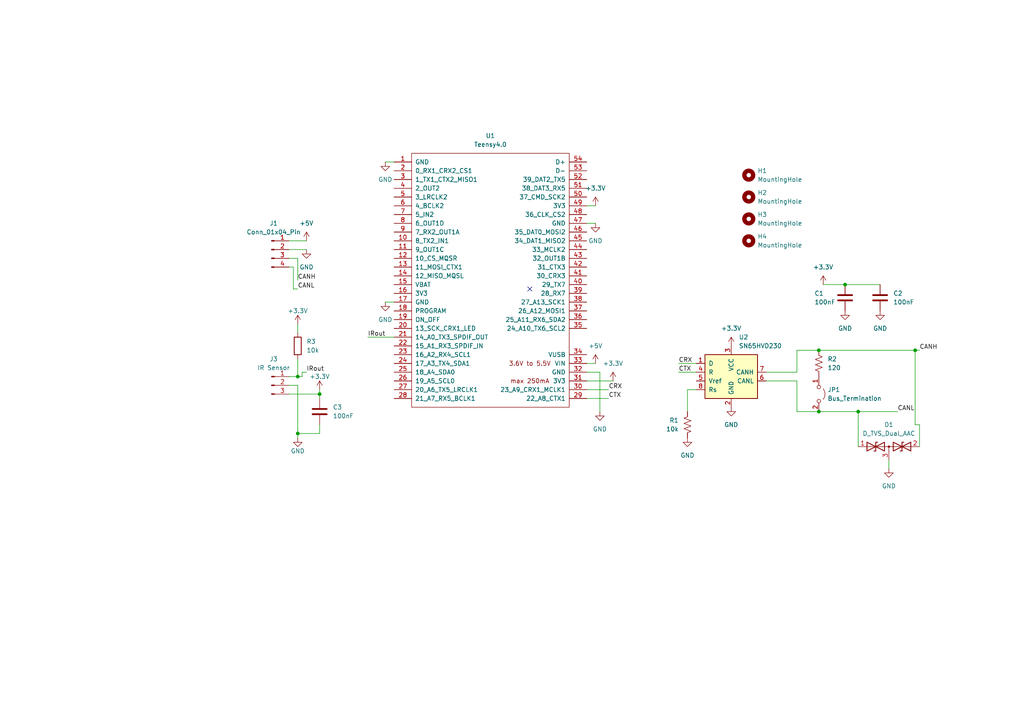
<source format=kicad_sch>
(kicad_sch (version 20230121) (generator eeschema)
  (paper "A4")
  (lib_symbols
    (symbol "Connector:Conn_01x03_Pin" (pin_names (offset 1.016) hide)
      (property "Reference" "J" (at 0 5.08 0))
      (property "Value" "Conn_01x03_Pin" (at 0 -5.08 0))
      (symbol "Conn_01x03_Pin_1_1"
        (polyline (pts (xy 1.27 -2.54) (xy 0.8636 -2.54)) (stroke (width 0.1524)))
        (polyline (pts (xy 1.27 0) (xy 0.8636 0)) (stroke (width 0.1524)))
        (polyline (pts (xy 1.27 2.54) (xy 0.8636 2.54)) (stroke (width 0.1524)))
        (rectangle (start 0.8636 -2.413) (end 0 -2.667) (stroke (width 0.1524)) (fill (type outline)))
        (rectangle (start 0.8636 0.127) (end 0 -0.127) (stroke (width 0.1524)) (fill (type outline)))
        (rectangle (start 0.8636 2.667) (end 0 2.413) (stroke (width 0.1524)) (fill (type outline)))
        (pin passive line (at 5.08 2.54 180) (length 3.81) (name "Pin_1") (number "1"))
        (pin passive line (at 5.08 0 180) (length 3.81) (name "Pin_2") (number "2"))
        (pin passive line (at 5.08 -2.54 180) (length 3.81) (name "Pin_3") (number "3"))
      )
    )
    (symbol "Connector:Conn_01x04_Pin" (pin_names (offset 1.016) hide)
      (property "Reference" "J" (at 0 5.08 0))
      (property "Value" "Conn_01x04_Pin" (at 0 -7.62 0))
      (symbol "Conn_01x04_Pin_1_1"
        (polyline (pts (xy 1.27 -5.08) (xy 0.8636 -5.08)) (stroke (width 0.1524)))
        (polyline (pts (xy 1.27 -2.54) (xy 0.8636 -2.54)) (stroke (width 0.1524)))
        (polyline (pts (xy 1.27 0) (xy 0.8636 0)) (stroke (width 0.1524)))
        (polyline (pts (xy 1.27 2.54) (xy 0.8636 2.54)) (stroke (width 0.1524)))
        (rectangle (start 0.8636 -4.953) (end 0 -5.207) (stroke (width 0.1524)) (fill (type outline)))
        (rectangle (start 0.8636 -2.413) (end 0 -2.667) (stroke (width 0.1524)) (fill (type outline)))
        (rectangle (start 0.8636 0.127) (end 0 -0.127) (stroke (width 0.1524)) (fill (type outline)))
        (rectangle (start 0.8636 2.667) (end 0 2.413) (stroke (width 0.1524)) (fill (type outline)))
        (pin passive line (at 5.08 2.54 180) (length 3.81) (name "Pin_1") (number "1"))
        (pin passive line (at 5.08 0 180) (length 3.81) (name "Pin_2") (number "2"))
        (pin passive line (at 5.08 -2.54 180) (length 3.81) (name "Pin_3") (number "3"))
        (pin passive line (at 5.08 -5.08 180) (length 3.81) (name "Pin_4") (number "4"))
      )
    )
    (symbol "Device:C" (pin_numbers hide) (pin_names (offset 0.254))
      (property "Reference" "C" (at 0.635 2.54 0))
      (property "Value" "C" (at 0.635 -2.54 0))
      (symbol "C_0_1"
        (polyline (pts (xy -2.032 -0.762) (xy 2.032 -0.762)) (stroke (width 0.508)))
        (polyline (pts (xy -2.032 0.762) (xy 2.032 0.762)) (stroke (width 0.508)))
      )
      (symbol "C_1_1"
        (pin passive line (at 0 3.81 270) (length 2.794) (name "~") (number "1"))
        (pin passive line (at 0 -3.81 90) (length 2.794) (name "~") (number "2"))
      )
    )
    (symbol "Device:D_TVS_Dual_AAC" (pin_names (offset 1.016) hide)
      (property "Reference" "D" (at 0 4.445 0))
      (property "Value" "D_TVS_Dual_AAC" (at 0 2.54 0))
      (symbol "D_TVS_Dual_AAC_0_0"
        (polyline (pts (xy 0 -1.27) (xy 0 0)))
      )
      (symbol "D_TVS_Dual_AAC_0_1"
        (polyline (pts (xy -6.35 0) (xy 6.35 0)))
        (polyline (pts (xy -3.302 1.27) (xy -3.81 1.27) (xy -3.81 -1.27) (xy -4.318 -1.27)) (stroke (width 0.254)))
        (polyline (pts (xy 4.318 1.27) (xy 3.81 1.27) (xy 3.81 -1.27) (xy 3.302 -1.27)) (stroke (width 0.254)))
        (polyline (pts (xy -6.35 1.27) (xy -1.27 -1.27) (xy -1.27 1.27) (xy -6.35 -1.27) (xy -6.35 1.27)) (stroke (width 0.254)))
        (polyline (pts (xy 6.35 1.27) (xy 1.27 -1.27) (xy 1.27 1.27) (xy 6.35 -1.27) (xy 6.35 1.27)) (stroke (width 0.254)))
        (circle (center 0 0) (radius 0.254) (fill (type outline)))
      )
      (symbol "D_TVS_Dual_AAC_1_1"
        (pin passive line (at -8.89 0 0) (length 2.54) (name "A1") (number "1"))
        (pin passive line (at 8.89 0 180) (length 2.54) (name "A2") (number "2"))
        (pin input line (at 0 -3.81 90) (length 2.54) (name "common") (number "3"))
      )
    )
    (symbol "Device:R" (pin_numbers hide) (pin_names (offset 0))
      (property "Reference" "R" (at 2.032 0 90))
      (property "Value" "R" (at 0 0 90))
      (symbol "R_0_1"
        (rectangle (start -1.016 -2.54) (end 1.016 2.54) (stroke (width 0.254)))
      )
      (symbol "R_1_1"
        (pin passive line (at 0 3.81 270) (length 1.27) (name "~") (number "1"))
        (pin passive line (at 0 -3.81 90) (length 1.27) (name "~") (number "2"))
      )
    )
    (symbol "Device:R_US" (pin_numbers hide) (pin_names (offset 0))
      (property "Reference" "R" (at 2.54 0 90))
      (property "Value" "R_US" (at -2.54 0 90))
      (symbol "R_US_0_1"
        (polyline (pts (xy 0 -2.286) (xy 0 -2.54)))
        (polyline (pts (xy 0 2.286) (xy 0 2.54)))
        (polyline (pts (xy 0 -0.762) (xy 1.016 -1.143) (xy 0 -1.524) (xy -1.016 -1.905) (xy 0 -2.286)))
        (polyline (pts (xy 0 0.762) (xy 1.016 0.381) (xy 0 0) (xy -1.016 -0.381) (xy 0 -0.762)))
        (polyline (pts (xy 0 2.286) (xy 1.016 1.905) (xy 0 1.524) (xy -1.016 1.143) (xy 0 0.762)))
      )
      (symbol "R_US_1_1"
        (pin passive line (at 0 3.81 270) (length 1.27) (name "~") (number "1"))
        (pin passive line (at 0 -3.81 90) (length 1.27) (name "~") (number "2"))
      )
    )
    (symbol "Interface_CAN_LIN:SN65HVD230" (pin_names (offset 1.016))
      (property "Reference" "U" (at -2.54 10.16 0))
      (property "Value" "SN65HVD230" (at -2.54 7.62 0))
      (symbol "SN65HVD230_0_1"
        (rectangle (start -7.62 5.08) (end 7.62 -7.62) (stroke (width 0.254)) (fill (type background)))
      )
      (symbol "SN65HVD230_1_1"
        (pin input line (at -10.16 2.54 0) (length 2.54) (name "D") (number "1"))
        (pin power_in line (at 0 -10.16 90) (length 2.54) (name "GND") (number "2"))
        (pin power_in line (at 0 7.62 270) (length 2.54) (name "VCC") (number "3"))
        (pin output line (at -10.16 0 0) (length 2.54) (name "R") (number "4"))
        (pin output line (at -10.16 -2.54 0) (length 2.54) (name "Vref") (number "5"))
        (pin bidirectional line (at 10.16 -2.54 180) (length 2.54) (name "CANL") (number "6"))
        (pin bidirectional line (at 10.16 0 180) (length 2.54) (name "CANH") (number "7"))
        (pin input line (at -10.16 -5.08 0) (length 2.54) (name "Rs") (number "8"))
      )
    )
    (symbol "Jumper:Jumper_2_Open" (pin_names (offset 0) hide)
      (property "Reference" "JP" (at 0 2.794 0))
      (property "Value" "Jumper_2_Open" (at 0 -2.286 0))
      (symbol "Jumper_2_Open_0_0"
        (circle (center -2.032 0) (radius 0.508))
        (circle (center 2.032 0) (radius 0.508))
      )
      (symbol "Jumper_2_Open_0_1"
        (arc (start 1.524 1.27) (mid 0 1.778) (end -1.524 1.27))
      )
      (symbol "Jumper_2_Open_1_1"
        (pin passive line (at -5.08 0 0) (length 2.54) (name "A") (number "1"))
        (pin passive line (at 5.08 0 180) (length 2.54) (name "B") (number "2"))
      )
    )
    (symbol "Mechanical:MountingHole" (pin_names (offset 1.016))
      (property "Reference" "H" (at 0 5.08 0))
      (property "Value" "MountingHole" (at 0 3.175 0))
      (symbol "MountingHole_0_1"
        (circle (center 0 0) (radius 1.27) (stroke (width 1.27)))
      )
    )
    (symbol "power:+3.3V" (power) (pin_names (offset 0))
      (property "Value" "+3.3V" (at 0 3.556 0))
      (symbol "+3.3V_0_1"
        (polyline (pts (xy -0.762 1.27) (xy 0 2.54)))
        (polyline (pts (xy 0 0) (xy 0 2.54)))
        (polyline (pts (xy 0 2.54) (xy 0.762 1.27)))
      )
      (symbol "+3.3V_1_1"
        (pin power_in line (at 0 0 90) (length 0) hide (name "+3.3V") (number "1"))
      )
    )
    (symbol "power:+5V" (power) (pin_names (offset 0))
      (property "Value" "+5V" (at 0 3.556 0))
      (symbol "+5V_0_1"
        (polyline (pts (xy -0.762 1.27) (xy 0 2.54)))
        (polyline (pts (xy 0 0) (xy 0 2.54)))
        (polyline (pts (xy 0 2.54) (xy 0.762 1.27)))
      )
      (symbol "+5V_1_1"
        (pin power_in line (at 0 0 90) (length 0) hide (name "+5V") (number "1"))
      )
    )
    (symbol "power:GND" (power) (pin_names (offset 0))
      (property "Value" "GND" (at 0 -3.81 0))
      (symbol "GND_0_1"
        (polyline (pts (xy 0 0) (xy 0 -1.27) (xy 1.27 -1.27) (xy 0 -2.54) (xy -1.27 -1.27) (xy 0 -1.27)))
      )
      (symbol "GND_1_1"
        (pin power_in line (at 0 0 270) (length 0) hide (name "GND") (number "1"))
      )
    )
    (symbol "teensy:Teensy4.0" (pin_names (offset 1.016))
      (property "Reference" "U" (at 0 39.37 0))
      (property "Value" "Teensy4.0" (at 0 -39.37 0))
      (symbol "Teensy4.0_0_0"
        (text "3.6V to 5.5V" (at 11.43 -24.13 0) (effects (font (size 1.27 1.27))))
        (text "max 250mA" (at 11.43 -29.21 0) (effects (font (size 1.27 1.27))))
        (pin bidirectional line (at -27.94 11.43 0) (length 5.08) (name "8_TX2_IN1") (number "10"))
        (pin bidirectional line (at -27.94 8.89 0) (length 5.08) (name "9_OUT1C") (number "11"))
        (pin bidirectional line (at -27.94 6.35 0) (length 5.08) (name "10_CS_MQSR") (number "12"))
        (pin bidirectional line (at -27.94 3.81 0) (length 5.08) (name "11_MOSI_CTX1") (number "13"))
        (pin bidirectional line (at -27.94 1.27 0) (length 5.08) (name "12_MISO_MQSL") (number "14"))
        (pin power_in line (at -27.94 -1.27 0) (length 5.08) (name "VBAT") (number "15"))
        (pin power_in line (at -27.94 -3.81 0) (length 5.08) (name "3V3") (number "16"))
        (pin power_in line (at -27.94 -6.35 0) (length 5.08) (name "GND") (number "17"))
        (pin input line (at -27.94 -8.89 0) (length 5.08) (name "PROGRAM") (number "18"))
        (pin input line (at -27.94 -11.43 0) (length 5.08) (name "ON_OFF") (number "19"))
        (pin bidirectional line (at -27.94 -13.97 0) (length 5.08) (name "13_SCK_CRX1_LED") (number "20"))
        (pin bidirectional line (at -27.94 -16.51 0) (length 5.08) (name "14_A0_TX3_SPDIF_OUT") (number "21"))
        (pin bidirectional line (at -27.94 -19.05 0) (length 5.08) (name "15_A1_RX3_SPDIF_IN") (number "22"))
        (pin bidirectional line (at -27.94 -21.59 0) (length 5.08) (name "16_A2_RX4_SCL1") (number "23"))
        (pin bidirectional line (at -27.94 -24.13 0) (length 5.08) (name "17_A3_TX4_SDA1") (number "24"))
        (pin bidirectional line (at -27.94 -26.67 0) (length 5.08) (name "18_A4_SDA0") (number "25"))
        (pin bidirectional line (at -27.94 -29.21 0) (length 5.08) (name "19_A5_SCL0") (number "26"))
        (pin bidirectional line (at -27.94 -31.75 0) (length 5.08) (name "20_A6_TX5_LRCLK1") (number "27"))
        (pin bidirectional line (at -27.94 -34.29 0) (length 5.08) (name "21_A7_RX5_BCLK1") (number "28"))
        (pin bidirectional line (at 27.94 -34.29 180) (length 5.08) (name "22_A8_CTX1") (number "29"))
        (pin bidirectional line (at 27.94 -31.75 180) (length 5.08) (name "23_A9_CRX1_MCLK1") (number "30"))
        (pin power_out line (at 27.94 -29.21 180) (length 5.08) (name "3V3") (number "31"))
        (pin power_in line (at 27.94 -26.67 180) (length 5.08) (name "GND") (number "32"))
        (pin power_in line (at 27.94 -24.13 180) (length 5.08) (name "VIN") (number "33"))
        (pin power_out line (at 27.94 -21.59 180) (length 5.08) (name "VUSB") (number "34"))
        (pin bidirectional line (at 27.94 -13.97 180) (length 5.08) (name "24_A10_TX6_SCL2") (number "35"))
        (pin bidirectional line (at 27.94 -11.43 180) (length 5.08) (name "25_A11_RX6_SDA2") (number "36"))
        (pin bidirectional line (at 27.94 -8.89 180) (length 5.08) (name "26_A12_MOSI1") (number "37"))
        (pin bidirectional line (at 27.94 -6.35 180) (length 5.08) (name "27_A13_SCK1") (number "38"))
        (pin bidirectional line (at 27.94 -3.81 180) (length 5.08) (name "28_RX7") (number "39"))
        (pin bidirectional line (at 27.94 -1.27 180) (length 5.08) (name "29_TX7") (number "40"))
        (pin bidirectional line (at 27.94 1.27 180) (length 5.08) (name "30_CRX3") (number "41"))
        (pin bidirectional line (at 27.94 3.81 180) (length 5.08) (name "31_CTX3") (number "42"))
        (pin bidirectional line (at 27.94 6.35 180) (length 5.08) (name "32_OUT1B") (number "43"))
        (pin bidirectional line (at 27.94 8.89 180) (length 5.08) (name "33_MCLK2") (number "44"))
        (pin bidirectional line (at 27.94 11.43 180) (length 5.08) (name "34_DAT1_MISO2") (number "45"))
        (pin bidirectional line (at 27.94 13.97 180) (length 5.08) (name "35_DAT0_MOSI2") (number "46"))
        (pin power_out line (at 27.94 16.51 180) (length 5.08) (name "GND") (number "47"))
        (pin bidirectional line (at 27.94 19.05 180) (length 5.08) (name "36_CLK_CS2") (number "48"))
        (pin power_out line (at 27.94 21.59 180) (length 5.08) (name "3V3") (number "49"))
        (pin bidirectional line (at -27.94 24.13 0) (length 5.08) (name "3_LRCLK2") (number "5"))
        (pin bidirectional line (at 27.94 24.13 180) (length 5.08) (name "37_CMD_SCK2") (number "50"))
        (pin bidirectional line (at 27.94 26.67 180) (length 5.08) (name "38_DAT3_RX5") (number "51"))
        (pin bidirectional line (at 27.94 29.21 180) (length 5.08) (name "39_DAT2_TX5") (number "52"))
        (pin bidirectional line (at 27.94 31.75 180) (length 5.08) (name "D-") (number "53"))
        (pin bidirectional line (at 27.94 34.29 180) (length 5.08) (name "D+") (number "54"))
        (pin bidirectional line (at -27.94 21.59 0) (length 5.08) (name "4_BCLK2") (number "6"))
        (pin bidirectional line (at -27.94 19.05 0) (length 5.08) (name "5_IN2") (number "7"))
        (pin bidirectional line (at -27.94 16.51 0) (length 5.08) (name "6_OUT1D") (number "8"))
        (pin bidirectional line (at -27.94 13.97 0) (length 5.08) (name "7_RX2_OUT1A") (number "9"))
      )
      (symbol "Teensy4.0_0_1"
        (rectangle (start -22.86 36.83) (end 22.86 -36.83))
        (rectangle (start -20.32 -31.75) (end -20.32 -31.75))
      )
      (symbol "Teensy4.0_1_1"
        (pin power_in line (at -27.94 34.29 0) (length 5.08) (name "GND") (number "1"))
        (pin bidirectional line (at -27.94 31.75 0) (length 5.08) (name "0_RX1_CRX2_CS1") (number "2"))
        (pin bidirectional line (at -27.94 29.21 0) (length 5.08) (name "1_TX1_CTX2_MISO1") (number "3"))
        (pin bidirectional line (at -27.94 26.67 0) (length 5.08) (name "2_OUT2") (number "4"))
      )
    )
  )
  (junction (at 92.71 114.3))
  (junction (at 248.92 119.38))
  (junction (at 86.36 125.73))
  (junction (at 265.43 101.6))
  (junction (at 237.49 119.38))
  (junction (at 245.11 82.55))
  (junction (at 86.36 109.22))
  (junction (at 237.49 101.6))
  (no_connect (at 153.67 83.82))
  (wire (pts (xy 86.36 125.73) (xy 92.71 125.73)))
  (wire (pts (xy 85.09 77.47) (xy 85.09 83.82)))
  (wire (pts (xy 238.76 82.55) (xy 245.11 82.55)))
  (wire (pts (xy 86.36 93.98) (xy 86.36 96.52)))
  (wire (pts (xy 83.82 114.3) (xy 92.71 114.3)))
  (wire (pts (xy 172.72 64.77) (xy 170.18 64.77)))
  (wire (pts (xy 86.36 104.14) (xy 86.36 109.22)))
  (wire (pts (xy 265.43 123.19) (xy 266.7 123.19)))
  (wire (pts (xy 231.14 119.38) (xy 237.49 119.38)))
  (wire (pts (xy 222.25 107.95) (xy 231.14 107.95)))
  (wire (pts (xy 170.18 105.41) (xy 172.72 105.41)))
  (wire (pts (xy 83.82 77.47) (xy 85.09 77.47)))
  (wire (pts (xy 196.85 105.41) (xy 201.93 105.41)))
  (wire (pts (xy 196.85 107.95) (xy 201.93 107.95)))
  (wire (pts (xy 92.71 114.3) (xy 92.71 113.03)))
  (wire (pts (xy 231.14 110.49) (xy 231.14 119.38)))
  (wire (pts (xy 170.18 113.03) (xy 176.53 113.03)))
  (wire (pts (xy 266.7 123.19) (xy 266.7 129.54)))
  (wire (pts (xy 86.36 111.76) (xy 83.82 111.76)))
  (wire (pts (xy 87.63 107.95) (xy 88.9 107.95)))
  (wire (pts (xy 170.18 59.69) (xy 172.72 59.69)))
  (wire (pts (xy 87.63 107.95) (xy 87.63 109.22)))
  (wire (pts (xy 83.82 72.39) (xy 88.9 72.39)))
  (wire (pts (xy 106.68 97.79) (xy 114.3 97.79)))
  (wire (pts (xy 257.81 133.35) (xy 257.81 135.89)))
  (wire (pts (xy 248.92 119.38) (xy 248.92 129.54)))
  (wire (pts (xy 111.76 46.99) (xy 114.3 46.99)))
  (wire (pts (xy 83.82 74.93) (xy 86.36 74.93)))
  (wire (pts (xy 87.63 109.22) (xy 86.36 109.22)))
  (wire (pts (xy 170.18 107.95) (xy 173.99 107.95)))
  (wire (pts (xy 83.82 69.85) (xy 88.9 69.85)))
  (wire (pts (xy 222.25 110.49) (xy 231.14 110.49)))
  (wire (pts (xy 248.92 119.38) (xy 260.35 119.38)))
  (wire (pts (xy 111.76 87.63) (xy 114.3 87.63)))
  (wire (pts (xy 231.14 101.6) (xy 237.49 101.6)))
  (wire (pts (xy 173.99 107.95) (xy 173.99 119.38)))
  (wire (pts (xy 86.36 74.93) (xy 86.36 81.28)))
  (wire (pts (xy 199.39 113.03) (xy 199.39 119.38)))
  (wire (pts (xy 85.09 83.82) (xy 86.36 83.82)))
  (wire (pts (xy 265.43 101.6) (xy 266.7 101.6)))
  (wire (pts (xy 170.18 110.49) (xy 177.8 110.49)))
  (wire (pts (xy 231.14 107.95) (xy 231.14 101.6)))
  (wire (pts (xy 170.18 115.57) (xy 176.53 115.57)))
  (wire (pts (xy 245.11 82.55) (xy 255.27 82.55)))
  (wire (pts (xy 86.36 109.22) (xy 83.82 109.22)))
  (wire (pts (xy 86.36 127) (xy 86.36 125.73)))
  (wire (pts (xy 265.43 101.6) (xy 265.43 123.19)))
  (wire (pts (xy 92.71 114.3) (xy 92.71 115.57)))
  (wire (pts (xy 201.93 113.03) (xy 199.39 113.03)))
  (wire (pts (xy 86.36 125.73) (xy 86.36 111.76)))
  (wire (pts (xy 237.49 101.6) (xy 265.43 101.6)))
  (wire (pts (xy 92.71 125.73) (xy 92.71 123.19)))
  (wire (pts (xy 237.49 119.38) (xy 248.92 119.38)))
  (label "CTX" (at 196.85 107.95 0))
  (label "CRX" (at 176.53 113.03 0))
  (label "IRout" (at 88.9 107.95 0))
  (label "IRout" (at 106.68 97.79 0))
  (label "CANH" (at 86.36 81.28 0))
  (label "CANH" (at 266.7 101.6 0))
  (label "CTX" (at 176.53 115.57 0))
  (label "CANL" (at 86.36 83.82 0))
  (label "CRX" (at 196.85 105.41 0))
  (label "CANL" (at 260.35 119.38 0))
  (symbol (lib_id "Device:R_US") (at 237.49 105.41 0) (unit 1)
    (property "Reference" "R2" (at 240.03 104.14 0) (effects (justify left)))
    (property "Value" "120" (at 240.03 106.68 0) (effects (justify left)))
    (property "Footprint" "Resistor_SMD:R_0603_1608Metric" (effects hide))
  )
  (symbol (lib_id "power:+3.3V") (at 86.36 93.98 0) (unit 1)
    (property "Reference" "#PWR015" (effects hide))
    (property "Value" "+3.3V" (at 86.36 90.17 0))
  )
  (symbol (lib_id "Mechanical:MountingHole") (at 217.17 57.15 0) (unit 1)
    (property "Reference" "H2" (at 219.71 55.88 0) (effects (justify left)))
    (property "Value" "MountingHole" (at 219.71 58.42 0) (effects (justify left)))
    (property "Footprint" "MountingHole:MountingHole_3.2mm_M3" (effects hide))
  )
  (symbol (lib_id "Connector:Conn_01x03_Pin") (at 78.74 111.76 0) (unit 1)
    (property "Reference" "J3" (at 79.375 104.14 0))
    (property "Value" "IR Sensor" (at 79.375 106.68 0))
    (property "Footprint" "Connector_PinSocket_2.54mm:PinSocket_1x03_P2.54mm_Vertical" (effects hide))
  )
  (symbol (lib_id "Device:C") (at 255.27 86.36 0) (unit 1)
    (property "Reference" "C2" (at 259.08 85.09 0) (effects (justify left)))
    (property "Value" "100nF" (at 259.08 87.63 0) (effects (justify left)))
    (property "Footprint" "Capacitor_SMD:C_0603_1608Metric" (effects hide))
  )
  (symbol (lib_id "Device:R") (at 86.36 100.33 180) (unit 1)
    (property "Reference" "R3" (at 88.9 99.06 0) (effects (justify right)))
    (property "Value" "10k" (at 88.9 101.6 0) (effects (justify right)))
    (property "Footprint" "Resistor_SMD:R_0805_2012Metric_Pad1.20x1.40mm_HandSolder" (effects hide))
  )
  (symbol (lib_id "power:+3.3V") (at 238.76 82.55 0) (unit 1)
    (property "Reference" "#PWR010" (effects hide))
    (property "Value" "+3.3V" (at 238.76 77.47 0))
  )
  (symbol (lib_id "Mechanical:MountingHole") (at 217.17 63.5 0) (unit 1)
    (property "Reference" "H3" (at 219.71 62.23 0) (effects (justify left)))
    (property "Value" "MountingHole" (at 219.71 64.77 0) (effects (justify left)))
    (property "Footprint" "MountingHole:MountingHole_3.2mm_M3" (effects hide))
  )
  (symbol (lib_id "power:GND") (at 255.27 90.17 0) (unit 1)
    (property "Reference" "#PWR012" (effects hide))
    (property "Value" "GND" (at 255.27 95.25 0))
  )
  (symbol (lib_id "power:GND") (at 257.81 135.89 0) (unit 1)
    (property "Reference" "#PWR014" (effects hide))
    (property "Value" "GND" (at 257.81 140.97 0))
  )
  (symbol (lib_id "power:GND") (at 88.9 72.39 0) (unit 1)
    (property "Reference" "#PWR07" (effects hide))
    (property "Value" "GND" (at 88.9 77.47 0))
  )
  (symbol (lib_id "power:GND") (at 212.09 118.11 0) (unit 1)
    (property "Reference" "#PWR08" (effects hide))
    (property "Value" "GND" (at 212.09 123.19 0))
  )
  (symbol (lib_id "Device:R_US") (at 199.39 123.19 0) (mirror y) (unit 1)
    (property "Reference" "R1" (at 196.85 121.92 0) (effects (justify left)))
    (property "Value" "10k" (at 196.85 124.46 0) (effects (justify left)))
    (property "Footprint" "Resistor_SMD:R_0805_2012Metric" (effects hide))
  )
  (symbol (lib_id "teensy:Teensy4.0") (at 142.24 81.28 0) (unit 1)
    (property "Reference" "U1" (at 142.24 39.37 0))
    (property "Value" "Teensy4.0" (at 142.24 41.91 0))
    (property "Footprint" "teensy:Teensy40" (effects hide))
  )
  (symbol (lib_id "power:GND") (at 111.76 46.99 0) (unit 1)
    (property "Reference" "#PWR02" (effects hide))
    (property "Value" "GND" (at 111.76 52.07 0))
  )
  (symbol (lib_id "power:GND") (at 111.76 87.63 0) (unit 1)
    (property "Reference" "#PWR03" (effects hide))
    (property "Value" "GND" (at 111.76 92.71 0))
  )
  (symbol (lib_id "power:GND") (at 172.72 64.77 0) (unit 1)
    (property "Reference" "#PWR01" (effects hide))
    (property "Value" "GND" (at 172.72 69.85 0))
  )
  (symbol (lib_id "Device:C") (at 245.11 86.36 0) (unit 1)
    (property "Reference" "C1" (at 236.22 85.09 0) (effects (justify left)))
    (property "Value" "100nF" (at 236.22 87.63 0) (effects (justify left)))
    (property "Footprint" "Capacitor_SMD:C_0603_1608Metric" (effects hide))
  )
  (symbol (lib_id "power:GND") (at 199.39 127 0) (unit 1)
    (property "Reference" "#PWR013" (effects hide))
    (property "Value" "GND" (at 199.39 132.08 0))
  )
  (symbol (lib_id "power:GND") (at 173.99 119.38 0) (unit 1)
    (property "Reference" "#PWR04" (effects hide))
    (property "Value" "GND" (at 173.99 124.46 0))
  )
  (symbol (lib_id "power:+3.3V") (at 177.8 110.49 0) (unit 1)
    (property "Reference" "#PWR05" (effects hide))
    (property "Value" "+3.3V" (at 177.8 105.41 0))
  )
  (symbol (lib_id "power:+3.3V") (at 92.71 113.03 0) (unit 1)
    (property "Reference" "#PWR017" (effects hide))
    (property "Value" "+3.3V" (at 92.71 109.22 0))
  )
  (symbol (lib_id "Device:D_TVS_Dual_AAC") (at 257.81 129.54 0) (unit 1)
    (property "Reference" "D1" (at 257.81 123.19 0))
    (property "Value" "D_TVS_Dual_AAC" (at 257.81 125.73 0))
    (property "Footprint" "Package_TO_SOT_SMD:SOT-323_SC-70" (effects hide))
  )
  (symbol (lib_id "power:+3.3V") (at 212.09 100.33 0) (unit 1)
    (property "Reference" "#PWR09" (effects hide))
    (property "Value" "+3.3V" (at 212.09 95.25 0))
  )
  (symbol (lib_id "power:+3.3V") (at 172.72 59.69 0) (unit 1)
    (property "Reference" "#PWR019" (effects hide))
    (property "Value" "+3.3V" (at 172.72 54.61 0))
  )
  (symbol (lib_id "power:+5V") (at 172.72 105.41 0) (unit 1)
    (property "Reference" "#PWR020" (effects hide))
    (property "Value" "+5V" (at 172.72 100.33 0))
  )
  (symbol (lib_id "Mechanical:MountingHole") (at 217.17 69.85 0) (unit 1)
    (property "Reference" "H4" (at 219.71 68.58 0) (effects (justify left)))
    (property "Value" "MountingHole" (at 219.71 71.12 0) (effects (justify left)))
    (property "Footprint" "MountingHole:MountingHole_3.2mm_M3" (effects hide))
  )
  (symbol (lib_id "Connector:Conn_01x04_Pin") (at 78.74 72.39 0) (unit 1)
    (property "Reference" "J1" (at 79.375 64.77 0))
    (property "Value" "Conn_01x04_Pin" (at 79.375 67.31 0))
    (property "Footprint" "Connector_JST:JST_XH_B4B-XH-AM_1x04_P2.50mm_Vertical" (effects hide))
  )
  (symbol (lib_id "Jumper:Jumper_2_Open") (at 237.49 114.3 270) (unit 1)
    (property "Reference" "JP1" (at 240.03 113.03 90) (effects (justify left)))
    (property "Value" "Bus_Termination" (at 240.03 115.57 90) (effects (justify left)))
    (property "Footprint" "Connector_PinHeader_2.54mm:PinHeader_1x02_P2.54mm_Vertical" (effects hide))
  )
  (symbol (lib_id "Device:C") (at 92.71 119.38 180) (unit 1)
    (property "Reference" "C3" (at 96.52 118.11 0) (effects (justify right)))
    (property "Value" "100nF" (at 96.52 120.65 0) (effects (justify right)))
    (property "Footprint" "Capacitor_SMD:C_0603_1608Metric" (effects hide))
  )
  (symbol (lib_id "Interface_CAN_LIN:SN65HVD230") (at 212.09 107.95 0) (unit 1)
    (property "Reference" "U2" (at 214.2841 97.79 0) (effects (justify left)))
    (property "Value" "SN65HVD230" (at 214.2841 100.33 0) (effects (justify left)))
    (property "Footprint" "Package_SO:SOIC-8_3.9x4.9mm_P1.27mm" (effects hide))
    (property "Datasheet" "http://www.ti.com/lit/ds/symlink/sn65hvd230.pdf" (effects hide))
  )
  (symbol (lib_id "power:GND") (at 245.11 90.17 0) (unit 1)
    (property "Reference" "#PWR011" (effects hide))
    (property "Value" "GND" (at 245.11 95.25 0))
  )
  (symbol (lib_id "power:+5V") (at 88.9 69.85 0) (unit 1)
    (property "Reference" "#PWR06" (effects hide))
    (property "Value" "+5V" (at 88.9 64.77 0))
  )
  (symbol (lib_id "Mechanical:MountingHole") (at 217.17 50.8 0) (unit 1)
    (property "Reference" "H1" (at 219.71 49.53 0) (effects (justify left)))
    (property "Value" "MountingHole" (at 219.71 52.07 0) (effects (justify left)))
    (property "Footprint" "MountingHole:MountingHole_3.2mm_M3" (effects hide))
  )
  (symbol (lib_id "power:GND") (at 86.36 127 0) (unit 1)
    (property "Reference" "#PWR016" (effects hide))
    (property "Value" "GND" (at 86.36 130.81 0))
  )
)
</source>
